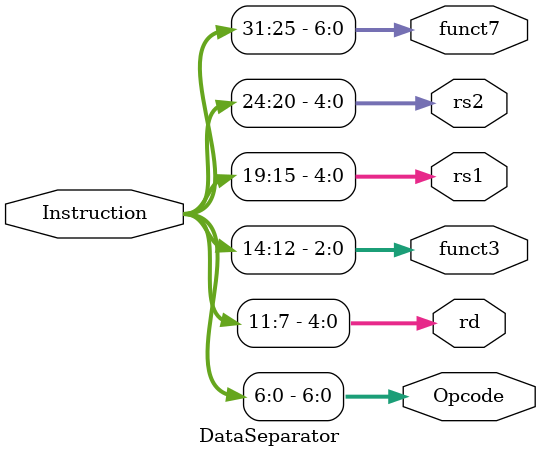
<source format=sv>
module DataSeparator (
    input logic [31:0] Instruction,
    output logic [6:0] Opcode,
    output logic [4:0] rd,
    output logic [2:0] funct3,
    output logic [4:0] rs1,
    output logic [4:0] rs2,
    output logic [6:0] funct7
);
    
    assign Opcode = Instruction[6:0];
    assign rd = Instruction[11:7];
    assign funct3 = Instruction[14:12];
    assign rs1 = Instruction[19:15];
    assign rs2 = Instruction[24:20];
    assign funct7 = Instruction[31:25];
endmodule

</source>
